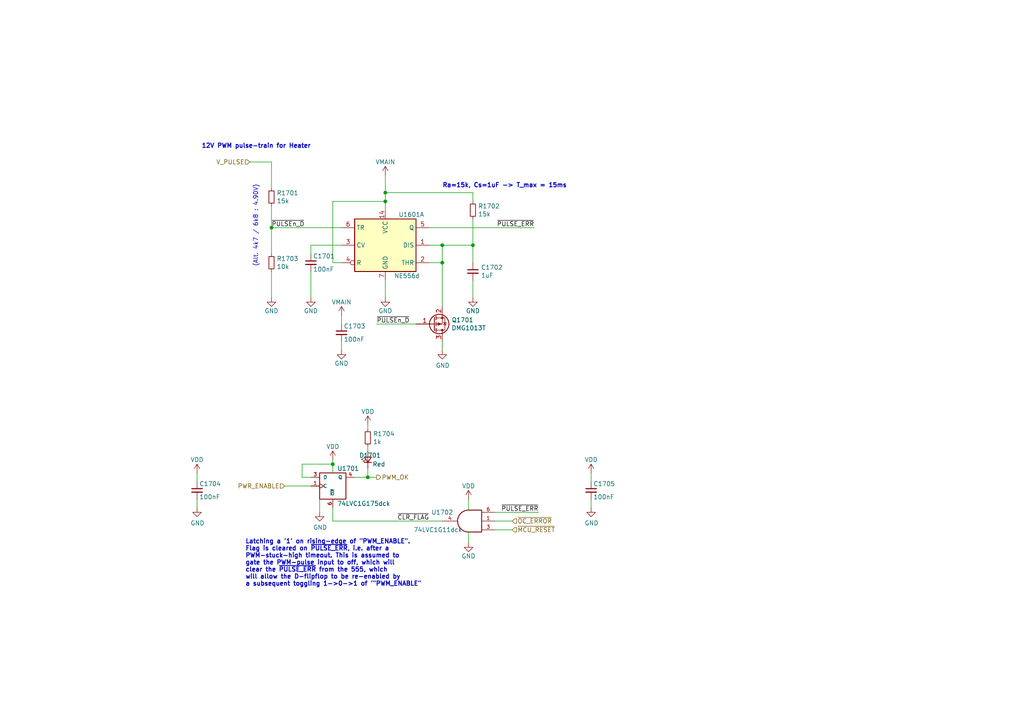
<source format=kicad_sch>
(kicad_sch (version 20211123) (generator eeschema)
  (paper "A4")
  (title_block (title "HW PWM stuck-high detection with latched flag") (date "2020-08-12") (rev "R0.1") (company "SolderingStationGroup : Jonny Svärd / Mathias Johansson / Magnus Thulesius"))
  (lib_symbols
    (symbol "74xGxx:74LVC1G11" (pin_names (offset 1.016))
      (property "Reference" "U" (at -2.54 5.08 0))
      (property "Value" "74LVC1G11" (at 0 -5.08 0))
      (symbol "74LVC1G11_0_1"
        (arc (start 0 -3.175) (mid 3.175 0) (end 0 3.175) (stroke (width 0.254)))
        (polyline (pts (xy 0 -3.175) (xy -3.81 -3.175) (xy -3.81 3.175) (xy 0 3.175)) (stroke (width 0.254)))
      )
      (symbol "74LVC1G11_1_1"
        (pin input line (at -7.62 0 0) (length 3.81) (name "~") (number "1"))
        (pin power_in line (at 0 -3.175 270) (length 0) hide (name "GND") (number "2"))
        (pin input line (at -7.62 -2.54 0) (length 3.81) (name "~") (number "3"))
        (pin output line (at 7.62 0 180) (length 4.445) (name "~") (number "4"))
        (pin power_in line (at 0 3.175 90) (length 0) hide (name "VCC") (number "5"))
        (pin input line (at -7.62 2.54 0) (length 3.81) (name "~") (number "6"))
      )
    )
    (symbol "74xGxx:74LVC1G175" (pin_names (offset 1.016))
      (property "Reference" "U" (at -2.54 5.08 0))
      (property "Value" "74LVC1G175" (at 5.08 -5.08 0))
      (symbol "74LVC1G175_0_1"
        (rectangle (start -3.81 3.81) (end 3.81 -3.81) (stroke (width 0.254)))
      )
      (symbol "74LVC1G175_1_1"
        (pin input clock (at -6.35 0 0) (length 2.54) (name "C") (number "1"))
        (pin power_in line (at -3.81 -3.81 270) (length 0) hide (name "GND") (number "2"))
        (pin input line (at -6.35 2.54 0) (length 2.54) (name "D") (number "3"))
        (pin output line (at 6.35 2.54 180) (length 2.54) (name "Q") (number "4"))
        (pin power_in line (at 0 3.81 90) (length 0) hide (name "VCC") (number "5"))
        (pin input line (at 0 -6.35 90) (length 2.54) (name "~{CLR}") (number "6"))
      )
    )
    (symbol "Device:C_Small" (pin_numbers hide) (pin_names (offset 0.254) hide)
      (property "Reference" "C" (at 0.254 1.778 0))
      (property "Value" "C_Small" (at 0.254 -2.032 0))
      (symbol "C_Small_0_1"
        (polyline (pts (xy -1.524 -0.508) (xy 1.524 -0.508)) (stroke (width 0.3302)))
        (polyline (pts (xy -1.524 0.508) (xy 1.524 0.508)) (stroke (width 0.3048)))
      )
      (symbol "C_Small_1_1"
        (pin passive line (at 0 2.54 270) (length 2.032) (name "~") (number "1"))
        (pin passive line (at 0 -2.54 90) (length 2.032) (name "~") (number "2"))
      )
    )
    (symbol "Device:LED_Small" (pin_numbers hide) (pin_names (offset 0.254) hide)
      (property "Reference" "D" (at -1.27 3.175 0))
      (property "Value" "LED_Small" (at -4.445 -2.54 0))
      (symbol "LED_Small_0_1"
        (polyline (pts (xy -0.762 -1.016) (xy -0.762 1.016)) (stroke (width 0.254)))
        (polyline (pts (xy 1.016 0) (xy -0.762 0)))
        (polyline (pts (xy 0.762 -1.016) (xy -0.762 0) (xy 0.762 1.016) (xy 0.762 -1.016)) (stroke (width 0.254)))
        (polyline (pts (xy 0 0.762) (xy -0.508 1.27) (xy -0.254 1.27) (xy -0.508 1.27) (xy -0.508 1.016)))
        (polyline (pts (xy 0.508 1.27) (xy 0 1.778) (xy 0.254 1.778) (xy 0 1.778) (xy 0 1.524)))
      )
      (symbol "LED_Small_1_1"
        (pin passive line (at -2.54 0 0) (length 1.778) (name "K") (number "1"))
        (pin passive line (at 2.54 0 180) (length 1.778) (name "A") (number "2"))
      )
    )
    (symbol "Device:R_Small" (pin_numbers hide) (pin_names (offset 0.254) hide)
      (property "Reference" "R" (at 0.762 0.508 0))
      (property "Value" "R_Small" (at 0.762 -1.016 0))
      (symbol "R_Small_0_1"
        (rectangle (start -0.762 1.778) (end 0.762 -1.778) (stroke (width 0.2032)))
      )
      (symbol "R_Small_1_1"
        (pin passive line (at 0 2.54 270) (length 0.762) (name "~") (number "1"))
        (pin passive line (at 0 -2.54 90) (length 0.762) (name "~") (number "2"))
      )
    )
    (symbol "Timer:NE556"
      (property "Reference" "U" (at -10.16 8.89 0))
      (property "Value" "NE556" (at -10.16 -8.89 0))
      (symbol "NE556_0_0"
        (pin power_in line (at 0 10.16 270) (length 2.54) (name "VCC") (number "14"))
        (pin power_in line (at 0 -10.16 90) (length 2.54) (name "GND") (number "7"))
      )
      (symbol "NE556_0_1"
        (rectangle (start -8.89 -7.62) (end 8.89 7.62) (stroke (width 0.254)) (fill (type background)))
        (rectangle (start -8.89 -7.62) (end 8.89 7.62) (stroke (width 0.254)) (fill (type background)))
      )
      (symbol "NE556_1_1"
        (pin input line (at 12.7 0 180) (length 3.81) (name "DIS") (number "1"))
        (pin input line (at 12.7 -5.08 180) (length 3.81) (name "THR") (number "2"))
        (pin input line (at -12.7 0 0) (length 3.81) (name "CV") (number "3"))
        (pin input inverted (at -12.7 -5.08 0) (length 3.81) (name "R") (number "4"))
        (pin output line (at 12.7 5.08 180) (length 3.81) (name "Q") (number "5"))
        (pin input line (at -12.7 5.08 0) (length 3.81) (name "TR") (number "6"))
      )
      (symbol "NE556_2_1"
        (pin input inverted (at -12.7 -5.08 0) (length 3.81) (name "R") (number "10"))
        (pin input line (at -12.7 0 0) (length 3.81) (name "CV") (number "11"))
        (pin input line (at 12.7 -5.08 180) (length 3.81) (name "THR") (number "12"))
        (pin input line (at 12.7 0 180) (length 3.81) (name "DIS") (number "13"))
        (pin input line (at -12.7 5.08 0) (length 3.81) (name "TR") (number "8"))
        (pin output line (at 12.7 5.08 180) (length 3.81) (name "Q") (number "9"))
      )
    )
    (symbol "customlib_mj:DMG1013T" (pin_names (offset 0) hide)
      (property "Reference" "Q" (at -1.27 -3.81 0))
      (property "Value" "DMG1013T" (at 5.715 0 90))
      (symbol "DMG1013T_0_1"
        (polyline (pts (xy 0.0508 0) (xy 0.254 0)))
        (polyline (pts (xy 0.762 -1.778) (xy 2.54 -1.778)))
        (polyline (pts (xy 0.762 -1.27) (xy 0.762 -2.286)) (stroke (width 0.254)))
        (polyline (pts (xy 0.762 0) (xy 2.54 0)))
        (polyline (pts (xy 0.762 0.508) (xy 0.762 -0.508)) (stroke (width 0.254)))
        (polyline (pts (xy 0.762 1.778) (xy 2.54 1.778)))
        (polyline (pts (xy 0.762 2.286) (xy 0.762 1.27)) (stroke (width 0.254)))
        (polyline (pts (xy 2.54 -1.778) (xy 2.54 -2.54)))
        (polyline (pts (xy 2.54 -1.778) (xy 2.54 0)))
        (polyline (pts (xy 2.54 2.54) (xy 2.54 1.778)))
        (polyline (pts (xy 0.254 1.905) (xy 0.254 -1.905) (xy 0.254 -1.905)) (stroke (width 0.254)))
        (polyline (pts (xy 2.286 0) (xy 1.27 -0.381) (xy 1.27 0.381) (xy 2.286 0)) (fill (type outline)))
        (polyline (pts (xy 2.54 -1.778) (xy 3.302 -1.778) (xy 3.302 1.778) (xy 2.54 1.778)))
        (polyline (pts (xy 2.794 -0.508) (xy 2.921 -0.381) (xy 3.683 -0.381) (xy 3.81 -0.254)))
        (polyline (pts (xy 3.302 -0.381) (xy 2.921 0.254) (xy 3.683 0.254) (xy 3.302 -0.381)))
        (circle (center 1.651 0) (radius 2.8194) (stroke (width 0.254)))
        (circle (center 2.54 -1.778) (radius 0.2794) (fill (type outline)))
        (circle (center 2.54 1.778) (radius 0.2794) (fill (type outline)))
      )
      (symbol "DMG1013T_1_1"
        (pin input line (at -5.08 0 0) (length 5.08) (name "G") (number "1"))
        (pin passive line (at 2.54 -5.08 90) (length 2.54) (name "S") (number "2"))
        (pin passive line (at 2.54 5.08 270) (length 2.54) (name "D") (number "3"))
      )
    )
    (symbol "customlib_mj:VMAIN" (power) (pin_names (offset 0))
      (property "Value" "VMAIN" (at 0 3.81 0))
      (symbol "VMAIN_0_1"
        (polyline (pts (xy -0.762 1.27) (xy 0 2.54)))
        (polyline (pts (xy 0 0) (xy 0 2.54)))
        (polyline (pts (xy 0 2.54) (xy 0.762 1.27)))
      )
      (symbol "VMAIN_1_1"
        (pin power_in line (at 0 0 90) (length 0) hide (name "VMAIN") (number "1"))
      )
    )
    (symbol "power:GND" (power) (pin_names (offset 0))
      (property "Value" "GND" (at 0 -3.81 0))
      (symbol "GND_0_1"
        (polyline (pts (xy 0 0) (xy 0 -1.27) (xy 1.27 -1.27) (xy 0 -2.54) (xy -1.27 -1.27) (xy 0 -1.27)))
      )
      (symbol "GND_1_1"
        (pin power_in line (at 0 0 270) (length 0) hide (name "GND") (number "1"))
      )
    )
    (symbol "power:VDD" (power) (pin_names (offset 0))
      (property "Value" "VDD" (at 0 3.81 0))
      (symbol "VDD_0_1"
        (polyline (pts (xy -0.762 1.27) (xy 0 2.54)))
        (polyline (pts (xy 0 0) (xy 0 2.54)))
        (polyline (pts (xy 0 2.54) (xy 0.762 1.27)))
      )
      (symbol "VDD_1_1"
        (pin power_in line (at 0 0 90) (length 0) hide (name "VDD") (number "1"))
      )
    )
  )
  (junction (at 137.16 71.12))
  (junction (at 128.27 71.12))
  (junction (at 106.68 138.43))
  (junction (at 111.76 55.88))
  (junction (at 78.74 66.04))
  (junction (at 128.27 76.2))
  (junction (at 96.52 134.62))
  (junction (at 111.76 58.42))
  (wire (pts (xy 143.51 148.59) (xy 156.21 148.59)))
  (wire (pts (xy 137.16 76.2) (xy 137.16 71.12)))
  (wire (pts (xy 106.68 138.43) (xy 109.22 138.43)))
  (wire (pts (xy 137.16 58.42) (xy 137.16 55.88)))
  (wire (pts (xy 99.06 99.06) (xy 99.06 101.6)))
  (wire (pts (xy 96.52 133.35) (xy 96.52 134.62)))
  (wire (pts (xy 90.17 86.36) (xy 90.17 78.74)))
  (wire (pts (xy 102.87 138.43) (xy 106.68 138.43)))
  (wire (pts (xy 87.63 138.43) (xy 87.63 134.62)))
  (wire (pts (xy 90.17 138.43) (xy 87.63 138.43)))
  (wire (pts (xy 96.52 151.13) (xy 128.27 151.13)))
  (wire (pts (xy 106.68 129.54) (xy 106.68 130.81)))
  (wire (pts (xy 135.89 157.48) (xy 135.89 154.305)))
  (wire (pts (xy 99.06 91.44) (xy 99.06 93.98)))
  (wire (pts (xy 137.16 55.88) (xy 111.76 55.88)))
  (wire (pts (xy 128.27 88.9) (xy 128.27 76.2)))
  (wire (pts (xy 96.52 76.2) (xy 96.52 58.42)))
  (wire (pts (xy 78.74 66.04) (xy 99.06 66.04)))
  (wire (pts (xy 111.76 55.88) (xy 111.76 58.42)))
  (wire (pts (xy 78.74 78.74) (xy 78.74 86.36)))
  (wire (pts (xy 128.27 99.06) (xy 128.27 101.6)))
  (wire (pts (xy 111.76 50.8) (xy 111.76 55.88)))
  (wire (pts (xy 137.16 71.12) (xy 128.27 71.12)))
  (wire (pts (xy 106.68 123.19) (xy 106.68 124.46)))
  (wire (pts (xy 124.46 66.04) (xy 154.94 66.04)))
  (wire (pts (xy 120.65 93.98) (xy 109.22 93.98)))
  (wire (pts (xy 92.71 148.59) (xy 92.71 144.78)))
  (wire (pts (xy 78.74 66.04) (xy 78.74 73.66)))
  (wire (pts (xy 96.52 147.32) (xy 96.52 151.13)))
  (wire (pts (xy 143.51 153.67) (xy 148.59 153.67)))
  (wire (pts (xy 111.76 81.28) (xy 111.76 86.36)))
  (wire (pts (xy 96.52 58.42) (xy 111.76 58.42)))
  (wire (pts (xy 128.27 76.2) (xy 128.27 71.12)))
  (wire (pts (xy 90.17 71.12) (xy 90.17 73.66)))
  (wire (pts (xy 148.59 151.13) (xy 143.51 151.13)))
  (wire (pts (xy 78.74 46.99) (xy 78.74 54.61)))
  (wire (pts (xy 137.16 63.5) (xy 137.16 71.12)))
  (wire (pts (xy 171.45 144.78) (xy 171.45 147.32)))
  (wire (pts (xy 99.06 76.2) (xy 96.52 76.2)))
  (wire (pts (xy 96.52 134.62) (xy 96.52 137.16)))
  (wire (pts (xy 90.17 140.97) (xy 82.55 140.97)))
  (wire (pts (xy 135.89 144.78) (xy 135.89 147.955)))
  (wire (pts (xy 128.27 71.12) (xy 124.46 71.12)))
  (wire (pts (xy 78.74 59.69) (xy 78.74 66.04)))
  (wire (pts (xy 171.45 137.16) (xy 171.45 139.7)))
  (wire (pts (xy 137.16 86.36) (xy 137.16 81.28)))
  (wire (pts (xy 87.63 134.62) (xy 96.52 134.62)))
  (wire (pts (xy 57.15 144.78) (xy 57.15 147.32)))
  (wire (pts (xy 111.76 58.42) (xy 111.76 60.96)))
  (wire (pts (xy 99.06 71.12) (xy 90.17 71.12)))
  (wire (pts (xy 57.15 137.16) (xy 57.15 139.7)))
  (wire (pts (xy 124.46 76.2) (xy 128.27 76.2)))
  (wire (pts (xy 72.39 46.99) (xy 78.74 46.99)))
  (wire (pts (xy 106.68 135.89) (xy 106.68 138.43)))
  (text "Ra=15k, Cs=1uF -> T_max = 15ms" (at 128.27 54.61 0) (effects (font (size 1.27 1.27) (thickness 0.254) bold) (justify left bottom)))
  (text "(Alt. 4k7 / 6k8 : 4.90V)" (at 74.93 77.47 90) (effects (font (size 1.27 1.27)) (justify left bottom)))
  (text "Latching a '1' on rising-edge of \"PWM_ENABLE\".\nFlag is cleared on ~{PULSE_ERR}, i.e. after a \nPWM-stuck-high timeout. This is assumed to\ngate the PWM-pulse input to off, which will\nclear the ~{PULSE_ERR} from the 555, which\nwill allow the D-flipflop to be re-enabled by\na subsequent toggling 1->0->1 of '\"PWM_ENABLE\"" (at 71.12 170.18 0) (effects (font (size 1.27 1.27) (thickness 0.254) bold) (justify left bottom)))
  (text "12V PWM pulse-train for Heater" (at 58.42 43.18 0) (effects (font (size 1.27 1.27) (thickness 0.254) bold) (justify left bottom)))
  (label "~{CLR_FLAG}" (at 124.46 151.13 180))
  (label "~{PULSE_ERR}" (at 156.21 148.59 180))
  (label "~{PULSEn_D}" (at 78.74 66.04 0))
  (label "~{PULSEn_D}" (at 109.22 93.98 0))
  (label "~{PULSE_ERR}" (at 154.94 66.04 180))
  (hierarchical_label "PWM_OK" (shape output) (at 109.22 138.43 0))
  (hierarchical_label "PWR_ENABLE" (shape input) (at 82.55 140.97 180))
  (hierarchical_label "V_PULSE" (shape input) (at 72.39 46.99 180))
  (hierarchical_label "~{OC_ERROR}" (shape input) (at 148.59 151.13 0))
  (hierarchical_label "~{MCU_RESET}" (shape input) (at 148.59 153.67 0))
  (symbol (lib_id "Timer:NE556") (at 111.76 71.12 0)
    (property "Reference" "U1601" (at 115.57 62.23 0) (effects (justify left)))
    (property "Value" "NE556d" (at 114.3 80.01 0) (effects (justify left)))
    (property "Footprint" "Package_SO:SOIC-14_3.9x8.7mm_P1.27mm" (effects hide))
    (property "Datasheet" "http://www.ti.com/lit/ds/symlink/ne556.pdf" (effects hide))
    (property "JLC_part" "Extended" (effects hide))
    (property "LCSC" "C7427" (effects hide))
  )
  (symbol (lib_id "customlib_mj:VMAIN") (at 111.76 50.8 0)
    (property "Reference" "#PWR01701" (effects hide))
    (property "Value" "VMAIN" (at 111.76 46.99 0))
  )
  (symbol (lib_id "power:GND") (at 111.76 86.36 0)
    (property "Reference" "#PWR01704" (effects hide))
    (property "Value" "GND" (at 111.76 90.17 0))
  )
  (symbol (lib_id "Device:C_Small") (at 137.16 78.74 0)
    (property "Reference" "C1702" (at 139.4968 77.5716 0) (effects (justify left)))
    (property "Value" "1uF" (at 139.4968 79.883 0) (effects (justify left)))
    (property "Footprint" "Capacitor_SMD:C_0402_1005Metric" (effects hide))
    (property "JLC_part" "Basic" (effects hide))
    (property "LCSC" "C52923" (effects hide))
  )
  (symbol (lib_id "Device:R_Small") (at 78.74 76.2 0)
    (property "Reference" "R1703" (at 80.2386 75.0316 0) (effects (justify left)))
    (property "Value" "10k" (at 80.2386 77.343 0) (effects (justify left)))
    (property "Footprint" "Resistor_SMD:R_0402_1005Metric" (effects hide))
    (property "JLC_part" "Basic" (effects hide))
    (property "LCSC" "C25744" (effects hide))
  )
  (symbol (lib_id "customlib_mj:DMG1013T") (at 125.73 93.98 0) (mirror x)
    (property "Reference" "Q1701" (at 130.9624 92.8116 0) (effects (justify left)))
    (property "Value" "DMG1013T" (at 135.9408 95.123 0))
    (property "Footprint" "customlib_mj_fp:SOT-523_handsoldering" (effects hide))
    (property "Datasheet" "https://www.diodes.com/assets/Datasheets/ds31784.pdf" (effects hide))
    (property "JLC_part" "Extended" (effects hide))
    (property "LCSC" "C96676" (effects hide))
  )
  (symbol (lib_id "power:GND") (at 128.27 101.6 0)
    (property "Reference" "#PWR01708" (effects hide))
    (property "Value" "GND" (at 128.397 105.9942 0))
  )
  (symbol (lib_id "Device:C_Small") (at 90.17 76.2 0)
    (property "Reference" "C1701" (at 90.805 74.295 0) (effects (justify left)))
    (property "Value" "100nF" (at 90.805 78.105 0) (effects (justify left)))
    (property "Footprint" "Capacitor_SMD:C_0402_1005Metric" (effects hide))
    (property "JLC_part" "Basic" (effects hide))
    (property "LCSC" "C1525" (effects hide))
  )
  (symbol (lib_id "power:GND") (at 90.17 86.36 0)
    (property "Reference" "#PWR01703" (effects hide))
    (property "Value" "GND" (at 90.17 90.17 0))
  )
  (symbol (lib_id "power:GND") (at 137.16 86.36 0)
    (property "Reference" "#PWR01705" (effects hide))
    (property "Value" "GND" (at 137.16 90.17 0))
  )
  (symbol (lib_id "Device:R_Small") (at 137.16 60.96 0)
    (property "Reference" "R1702" (at 138.6586 59.7916 0) (effects (justify left)))
    (property "Value" "15k" (at 138.6586 62.103 0) (effects (justify left)))
    (property "Footprint" "Resistor_SMD:R_0402_1005Metric" (effects hide))
    (property "JLC_part" "Basic" (effects hide))
    (property "LCSC" "C25756" (effects hide))
  )
  (symbol (lib_id "Device:R_Small") (at 78.74 57.15 0)
    (property "Reference" "R1701" (at 80.2386 55.9816 0) (effects (justify left)))
    (property "Value" "15k" (at 80.2386 58.293 0) (effects (justify left)))
    (property "Footprint" "Resistor_SMD:R_0402_1005Metric" (effects hide))
    (property "JLC_part" "Basic" (effects hide))
    (property "LCSC" "C25756" (effects hide))
  )
  (symbol (lib_id "power:GND") (at 78.74 86.36 0)
    (property "Reference" "#PWR01702" (effects hide))
    (property "Value" "GND" (at 78.74 90.17 0))
  )
  (symbol (lib_id "customlib_mj:VMAIN") (at 99.06 91.44 0)
    (property "Reference" "#PWR01706" (effects hide))
    (property "Value" "VMAIN" (at 99.06 87.63 0))
  )
  (symbol (lib_id "power:GND") (at 99.06 101.6 0)
    (property "Reference" "#PWR01707" (effects hide))
    (property "Value" "GND" (at 99.06 105.41 0))
  )
  (symbol (lib_id "Device:C_Small") (at 99.06 96.52 0)
    (property "Reference" "C1703" (at 99.695 94.615 0) (effects (justify left)))
    (property "Value" "100nF" (at 99.695 98.425 0) (effects (justify left)))
    (property "Footprint" "Capacitor_SMD:C_0402_1005Metric" (effects hide))
    (property "JLC_part" "Basic" (effects hide))
    (property "LCSC" "C1525" (effects hide))
  )
  (symbol (lib_id "74xGxx:74LVC1G175") (at 96.52 140.97 0)
    (property "Reference" "U1701" (at 97.79 135.89 0) (effects (justify left)))
    (property "Value" "74LVC1G175dck" (at 97.79 146.05 0) (effects (justify left)))
    (property "Footprint" "Package_TO_SOT_SMD:SOT-363_SC-70-6_Handsoldering" (effects hide))
    (property "Datasheet" "http://www.ti.com/lit/sg/scyt129e/scyt129e.pdf" (effects hide))
    (property "JLC_part" "Extended" (effects hide))
    (property "LCSC" "C202238" (effects hide))
  )
  (symbol (lib_id "power:VDD") (at 96.52 133.35 0)
    (property "Reference" "#PWR01710" (effects hide))
    (property "Value" "VDD" (at 96.52 129.54 0))
  )
  (symbol (lib_id "power:GND") (at 92.71 148.59 0)
    (property "Reference" "#PWR01716" (effects hide))
    (property "Value" "GND" (at 92.837 152.9842 0))
  )
  (symbol (lib_id "power:VDD") (at 57.15 137.16 0)
    (property "Reference" "#PWR01711" (effects hide))
    (property "Value" "VDD" (at 57.15 133.35 0))
  )
  (symbol (lib_id "power:GND") (at 57.15 147.32 0)
    (property "Reference" "#PWR01714" (effects hide))
    (property "Value" "GND" (at 57.277 151.7142 0))
  )
  (symbol (lib_id "Device:C_Small") (at 57.15 142.24 0)
    (property "Reference" "C1704" (at 57.785 140.335 0) (effects (justify left)))
    (property "Value" "100nF" (at 57.785 144.145 0) (effects (justify left)))
    (property "Footprint" "Capacitor_SMD:C_0402_1005Metric" (effects hide))
    (property "JLC_part" "Basic" (effects hide))
    (property "LCSC" "C1525" (effects hide))
  )
  (symbol (lib_id "Device:R_Small") (at 106.68 127 0)
    (property "Reference" "R1704" (at 108.1786 125.8316 0) (effects (justify left)))
    (property "Value" "1k" (at 108.1786 128.143 0) (effects (justify left)))
    (property "Footprint" "Resistor_SMD:R_0402_1005Metric" (effects hide))
    (property "JLC_part" "Basic" (effects hide))
    (property "LCSC" "C11702" (effects hide))
  )
  (symbol (lib_id "Device:LED_Small") (at 106.68 133.35 90)
    (property "Reference" "D1701" (at 110.49 132.08 90) (effects (justify left)))
    (property "Value" "Red" (at 111.76 134.62 90) (effects (justify left)))
    (property "Footprint" "LED_SMD:LED_0603_1608Metric" (effects hide))
    (property "JLC_part" "Basic" (effects hide))
    (property "LCSC" "C2286" (effects hide))
  )
  (symbol (lib_id "power:VDD") (at 106.68 123.19 0)
    (property "Reference" "#PWR01709" (effects hide))
    (property "Value" "VDD" (at 106.68 119.38 0))
  )
  (symbol (lib_id "74xGxx:74LVC1G11") (at 135.89 151.13 0) (mirror y)
    (property "Reference" "U1702" (at 128.27 148.59 0))
    (property "Value" "74LVC1G11dck" (at 127 153.67 0))
    (property "Footprint" "Package_TO_SOT_SMD:SOT-363_SC-70-6_Handsoldering" (effects hide))
    (property "Datasheet" "http://www.ti.com/lit/sg/scyt129e/scyt129e.pdf" (effects hide))
  )
  (symbol (lib_id "power:VDD") (at 135.89 144.78 0) (mirror y)
    (property "Reference" "#PWR01713" (effects hide))
    (property "Value" "VDD" (at 135.89 140.97 0))
  )
  (symbol (lib_id "power:GND") (at 135.89 157.48 0) (mirror y)
    (property "Reference" "#PWR01717" (effects hide))
    (property "Value" "GND" (at 135.89 161.29 0))
  )
  (symbol (lib_id "power:VDD") (at 171.45 137.16 0)
    (property "Reference" "#PWR01712" (effects hide))
    (property "Value" "VDD" (at 171.45 133.35 0))
  )
  (symbol (lib_id "power:GND") (at 171.45 147.32 0)
    (property "Reference" "#PWR01715" (effects hide))
    (property "Value" "GND" (at 171.577 151.7142 0))
  )
  (symbol (lib_id "Device:C_Small") (at 171.45 142.24 0)
    (property "Reference" "C1705" (at 172.085 140.335 0) (effects (justify left)))
    (property "Value" "100nF" (at 172.085 144.145 0) (effects (justify left)))
    (property "Footprint" "Capacitor_SMD:C_0402_1005Metric" (effects hide))
    (property "JLC_part" "Basic" (effects hide))
    (property "LCSC" "C1525" (effects hide))
  )
)
</source>
